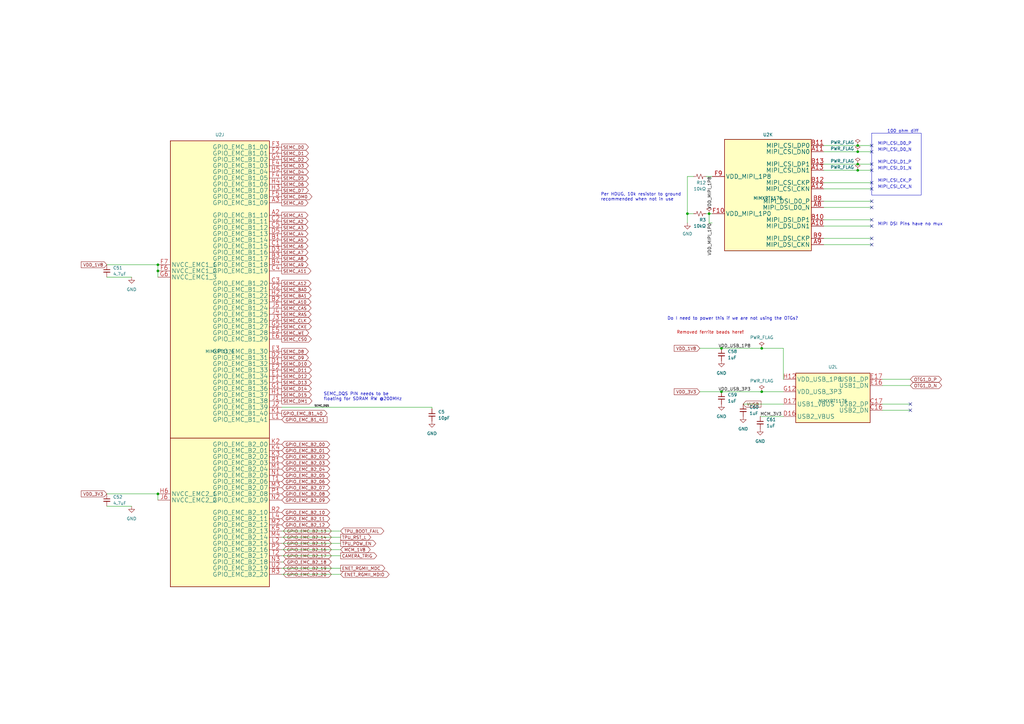
<source format=kicad_sch>
(kicad_sch (version 20231120) (generator "eeschema") (generator_version "8.0")
  (paper "A3")
  (title_block (title "Soldermander") (date "2024-02-27") (rev "1.0") (company "Stanford Student Space Initiative") (comment 1 "RE: Flynn Dreilinger"))
  (lib_symbols
    (symbol "Device:C_Small" (pin_numbers hide) (pin_names (offset 0.254) hide)
      (property "Reference" "C" (at 0.254 1.778 0))
      (property "Value" "C_Small" (at 0.254 -2.032 0))
      (symbol "C_Small_1_1"
        (pin passive line (at 0 2.54 270) (length 2.032) (name "~") (number "1"))
        (pin passive line (at 0 -2.54 90) (length 2.032) (name "~") (number "2"))
      )
    )
    (symbol "Device:R_Small_US" (pin_numbers hide) (pin_names (offset 0.254) hide)
      (property "Reference" "R" (at 0.762 0.508 0))
      (property "Value" "R_Small_US" (at 0.762 -1.016 0))
      (symbol "R_Small_US_1_1"
        (pin passive line (at 0 2.54 270) (length 1.016) (name "~") (number "1"))
        (pin passive line (at 0 -2.54 90) (length 1.016) (name "~") (number "2"))
      )
    )
    (symbol "adcs:MIMXRT1176"
      (property "Reference" "U" (at -13.97 50.8 0))
      (symbol "MIMXRT1176_0_2"
        (pin bidirectional line (at 25.4 -15.24 180) (length 5.08) (name "GPIO_SNVS_02") (number "L9"))
        (pin bidirectional line (at 25.4 -17.78 180) (length 5.08) (name "GPIO_SNVS_03") (number "M10"))
        (pin bidirectional line (at 25.4 -25.4 180) (length 5.08) (name "GPIO_SNVS_06") (number "M9"))
        (pin bidirectional line (at 25.4 -20.32 180) (length 5.08) (name "GPIO_SNVS_04") (number "N10"))
        (pin bidirectional line (at 25.4 -30.48 180) (length 5.08) (name "GPIO_SNVS_08") (number "N9"))
        (pin bidirectional line (at 25.4 -12.7 180) (length 5.08) (name "GPIO_SNVS_01") (number "P10"))
        (pin bidirectional line (at 25.4 -22.86 180) (length 5.08) (name "GPIO_SNVS_05") (number "P9"))
        (pin bidirectional line (at 25.4 -10.16 180) (length 5.08) (name "GPIO_SNVS_00") (number "R10"))
        (pin bidirectional line (at 25.4 -33.02 180) (length 5.08) (name "GPIO_SNVS_09") (number "R11"))
        (pin bidirectional line (at 25.4 -27.94 180) (length 5.08) (name "GPIO_SNVS_07") (number "R9"))
        (pin input line (at 25.4 20.32 180) (length 5.08) (name "~{POR}") (number "T10"))
        (pin input line (at 25.4 -2.54 180) (length 5.08) (name "TEST_MODE") (number "T11"))
        (pin input line (at -25.4 11.43 0) (length 5.08) (name "RTC_XTALI") (number "T13"))
        (pin power_in line (at -25.4 17.78 0) (length 5.08) (name "VDD_SNVS_DIG") (number "T14"))
        (pin passive line (at 25.4 25.4 180) (length 5.08) (name "WAKEUP") (number "T8"))
        (pin passive line (at 25.4 10.16 180) (length 5.08) (name "PMIC_STBY_REQ") (number "T9"))
        (pin input line (at 25.4 30.48 180) (length 5.08) (name "ONOFF") (number "U10"))
        (pin passive line (at -25.4 -20.32 0) (length 5.08) (name "NVCC_SNVS") (number "U11"))
        (pin power_in line (at -25.4 30.48 0) (length 5.08) (name "VDD_SNVS_IN") (number "U12"))
        (pin output line (at -25.4 3.81 0) (length 5.08) (name "RTC_XTALO") (number "U13"))
        (pin power_in line (at -25.4 25.4 0) (length 5.08) (name "VDD_SNVS_ANA") (number "U14"))
        (pin passive line (at 25.4 5.08 180) (length 5.08) (name "PMIC_ON_REQ") (number "U9"))
      )
      (symbol "MIMXRT1176_1_1"
        (text "(internal LDO output)" (at -20.32 27.432 0) (effects (font (size 1.27 1.27)) (justify left bottom)))
        (text "(internal LDO output)" (at -20.066 20.066 0) (effects (font (size 1.27 1.27)) (justify left bottom)))
        (pin bidirectional line (at 25.4 -15.24 180) (length 5.08) (name "GPIO_SNVS_02") (number "L9"))
        (pin bidirectional line (at 25.4 -17.78 180) (length 5.08) (name "GPIO_SNVS_03") (number "M10"))
        (pin bidirectional line (at 25.4 -25.4 180) (length 5.08) (name "GPIO_SNVS_06") (number "M9"))
        (pin bidirectional line (at 25.4 -20.32 180) (length 5.08) (name "GPIO_SNVS_04") (number "N10"))
        (pin bidirectional line (at 25.4 -30.48 180) (length 5.08) (name "GPIO_SNVS_08") (number "N9"))
        (pin bidirectional line (at 25.4 -12.7 180) (length 5.08) (name "GPIO_SNVS_01") (number "P10"))
        (pin bidirectional line (at 25.4 -22.86 180) (length 5.08) (name "GPIO_SNVS_05") (number "P9"))
        (pin bidirectional line (at 25.4 -10.16 180) (length 5.08) (name "GPIO_SNVS_00") (number "R10"))
        (pin bidirectional line (at 25.4 -33.02 180) (length 5.08) (name "GPIO_SNVS_09") (number "R11"))
        (pin bidirectional line (at 25.4 -27.94 180) (length 5.08) (name "GPIO_SNVS_07") (number "R9"))
        (pin input line (at 25.4 20.32 180) (length 5.08) (name "~{POR}") (number "T10"))
        (pin input line (at 25.4 -2.54 180) (length 5.08) (name "TEST_MODE") (number "T11"))
        (pin input line (at -25.4 11.43 0) (length 5.08) (name "RTC_XTALI") (number "T13"))
        (pin power_in line (at -25.4 17.78 0) (length 5.08) (name "VDD_SNVS_DIG") (number "T14"))
        (pin passive line (at 25.4 25.4 180) (length 5.08) (name "WAKEUP") (number "T8"))
        (pin passive line (at 25.4 10.16 180) (length 5.08) (name "PMIC_STBY_REQ") (number "T9"))
        (pin input line (at 25.4 30.48 180) (length 5.08) (name "ONOFF") (number "U10"))
        (pin passive line (at -25.4 -20.32 0) (length 5.08) (name "NVCC_SNVS") (number "U11"))
        (pin power_in line (at -25.4 30.48 0) (length 5.08) (name "VDD_SNVS_IN") (number "U12"))
        (pin output line (at -25.4 3.81 0) (length 5.08) (name "RTC_XTALO") (number "U13"))
        (pin power_in line (at -25.4 25.4 0) (length 5.08) (name "VDD_SNVS_ANA") (number "U14"))
        (pin passive line (at 25.4 5.08 180) (length 5.08) (name "PMIC_ON_REQ") (number "U9"))
      )
      (symbol "MIMXRT1176_2_1"
        (text "(internal LDO output)" (at -22.86 5.842 0) (effects (font (size 1.27 1.27)) (justify left bottom)))
        (text "(internal LDO output)" (at -22.86 13.716 0) (effects (font (size 1.27 1.27)) (justify left bottom)))
        (text "(internal LDO output)" (at -1.016 -9.398 0) (effects (font (size 1.27 1.27)) (justify left bottom)))
        (pin passive line (at 27.94 6.35 180) (length 5.08) (name "ADC_VREFH") (number "G16"))
        (pin passive line (at -27.94 -6.35 0) (length 5.08) (name "VDD_SOC_IN_3") (number "H10"))
        (pin passive line (at -27.94 -1.27 0) (length 5.08) (name "VDD_SOC_IN_1") (number "H8"))
        (pin passive line (at -27.94 -3.81 0) (length 5.08) (name "VDD_SOC_IN_2") (number "H9"))
        (pin passive line (at -27.94 -13.97 0) (length 5.08) (name "VDD_SOC_IN_6") (number "J10"))
        (pin power_in line (at 27.94 11.43 180) (length 5.08) (name "VDDA_ADC_3P3") (number "J13"))
        (pin passive line (at -27.94 -8.89 0) (length 5.08) (name "VDD_SOC_IN_4") (number "J8"))
        (pin passive line (at -27.94 -11.43 0) (length 5.08) (name "VDD_SOC_IN_5") (number "J9"))
        (pin passive line (at -27.94 -16.51 0) (length 5.08) (name "VDD_SOC_IN_7") (number "K10"))
        (pin power_in line (at 27.94 1.27 180) (length 5.08) (name "VDDA_ADC_1P8") (number "K15"))
        (pin power_in line (at 27.94 -3.81 180) (length 5.08) (name "VDDA_1P8_IN") (number "M11"))
        (pin power_in line (at 27.94 -16.51 180) (length 5.08) (name "VDDA_1P0") (number "N11"))
        (pin power_in line (at -27.94 3.81 0) (length 5.08) (name "VDD_LPSR_DIG") (number "P11"))
        (pin power_in line (at -27.94 11.43 0) (length 5.08) (name "VDD_LPSR_ANA") (number "P12"))
        (pin power_in line (at -27.94 19.05 0) (length 5.08) (name "VDD_LPSR_IN") (number "R12"))
      )
      (symbol "MIMXRT1176_3_1"
        (pin power_in line (at 25.4 -8.89 180) (length 5.08) (name "DCDC_GND_1") (number "K6"))
        (pin power_in line (at 25.4 -11.43 180) (length 5.08) (name "DCDC_GND_2") (number "K7"))
        (pin passive line (at 25.4 3.81 180) (length 5.08) (name "DCDC_DIG_1") (number "K8"))
        (pin passive line (at 25.4 1.27 180) (length 5.08) (name "DCDC_DIG_2") (number "K9"))
        (pin passive line (at -25.4 11.43 0) (length 5.08) (name "DCDC_IN_Q") (number "L5"))
        (pin power_in line (at 25.4 -13.97 180) (length 5.08) (name "DCDC_GND_3") (number "L6"))
        (pin passive line (at 25.4 -3.81 180) (length 5.08) (name "DCDC_DIG_SENSE") (number "L7"))
        (pin passive line (at 25.4 -1.27 180) (length 5.08) (name "DCDC_DIG_3") (number "L8"))
        (pin passive line (at -25.4 16.51 0) (length 5.08) (name "DCDC_IN_1") (number "M5"))
        (pin passive line (at 25.4 8.89 180) (length 5.08) (name "DCDC_ANA_SENSE") (number "M6"))
        (pin passive line (at 25.4 13.97 180) (length 5.08) (name "DCDC_ANA_1") (number "M7"))
        (pin passive line (at 25.4 11.43 180) (length 5.08) (name "DCDC_ANA_2") (number "M8"))
        (pin passive line (at -25.4 -13.97 0) (length 5.08) (name "DCDC_MODE") (number "N4"))
        (pin passive line (at -25.4 13.97 0) (length 5.08) (name "DCDC_IN_2") (number "N5"))
        (pin passive line (at -25.4 6.35 0) (length 5.08) (name "DCDC_PSWITCH") (number "P3"))
        (pin passive line (at -25.4 1.27 0) (length 5.08) (name "DCDC_LP_1") (number "T3"))
        (pin passive line (at -25.4 -6.35 0) (length 5.08) (name "DCDC_LN_1") (number "T4"))
        (pin passive line (at -25.4 -1.27 0) (length 5.08) (name "DCDC_LP_2") (number "U3"))
        (pin passive line (at -25.4 -8.89 0) (length 5.08) (name "DCDC_LN_2") (number "U4"))
      )
      (symbol "MIMXRT1176_4_1"
        (pin power_in line (at -15.24 20.32 0) (length 5.08) (name "VSS_1") (number "A1"))
        (pin power_in line (at -15.24 17.78 0) (length 5.08) (name "VSS_2") (number "A17"))
        (pin power_in line (at -15.24 15.24 0) (length 5.08) (name "VSS_3") (number "B7"))
        (pin power_in line (at -15.24 10.16 0) (length 5.08) (name "VSS_5") (number "C10"))
        (pin power_in line (at -15.24 7.62 0) (length 5.08) (name "VSS_6") (number "C12"))
        (pin power_in line (at -15.24 5.08 0) (length 5.08) (name "VSS_7") (number "C14"))
        (pin power_in line (at -15.24 12.7 0) (length 5.08) (name "VSS_4") (number "C8"))
        (pin power_in line (at -15.24 2.54 0) (length 5.08) (name "VSS_8") (number "D4"))
        (pin power_in line (at -15.24 0 0) (length 5.08) (name "VSS_9") (number "F11"))
        (pin power_in line (at -15.24 -2.54 0) (length 5.08) (name "VSS_10") (number "F12"))
        (pin power_in line (at -15.24 -5.08 0) (length 5.08) (name "VSS_11") (number "F13"))
        (pin power_in line (at -15.24 -17.78 0) (length 5.08) (name "VSS_16") (number "G10"))
        (pin power_in line (at -15.24 -20.32 0) (length 5.08) (name "VSS_17") (number "G11"))
        (pin power_in line (at 15.24 20.32 180) (length 5.08) (name "VSS_18") (number "G15"))
        (pin power_in line (at -15.24 -7.62 0) (length 5.08) (name "VSS_12") (number "G3"))
        (pin power_in line (at -15.24 -10.16 0) (length 5.08) (name "VSS_13") (number "G7"))
        (pin power_in line (at -15.24 -12.7 0) (length 5.08) (name "VSS_14") (number "G8"))
        (pin power_in line (at -15.24 -15.24 0) (length 5.08) (name "VSS_15") (number "G9"))
        (pin power_in line (at 15.24 15.24 180) (length 5.08) (name "VSS_20") (number "H11"))
        (pin power_in line (at 15.24 17.78 180) (length 5.08) (name "VSS_19") (number "H7"))
        (pin power_in line (at 15.24 10.16 180) (length 5.08) (name "VSS_22") (number "J11"))
        (pin power_in line (at 15.24 12.7 180) (length 5.08) (name "VSS_21") (number "J7"))
        (pin power_in line (at 15.24 7.62 180) (length 5.08) (name "VSS_23") (number "K11"))
        (pin power_in line (at 15.24 2.54 180) (length 5.08) (name "VSS_25") (number "L10"))
        (pin power_in line (at 15.24 0 180) (length 5.08) (name "VSS_26") (number "L11"))
        (pin power_in line (at 15.24 -2.54 180) (length 5.08) (name "VSS_27") (number "L15"))
        (pin power_in line (at 15.24 5.08 180) (length 5.08) (name "VSS_24") (number "L3"))
        (pin power_in line (at 15.24 -7.62 180) (length 5.08) (name "VSS_29") (number "P14"))
        (pin power_in line (at 15.24 -5.08 180) (length 5.08) (name "VSS_28") (number "P4"))
        (pin power_in line (at 15.24 -20.32 180) (length 5.08) (name "VSS_34") (number "R4"))
        (pin power_in line (at 15.24 -10.16 180) (length 5.08) (name "VSS_30") (number "R7"))
        (pin power_in line (at 15.24 -12.7 180) (length 5.08) (name "VSS_31") (number "T12"))
        (pin power_in line (at 15.24 -15.24 180) (length 5.08) (name "VSS_32") (number "U1"))
        (pin power_in line (at 15.24 -17.78 180) (length 5.08) (name "VSS_33") (number "U17"))
      )
      (symbol "MIMXRT1176_5_1"
        (text "VDD_LPSR_ANA~{Domain}" (at 17.78 6.35 0) (effects (font (size 2.54 2.54) (bold yes))))
        (text "VDDA_1P8_IN~{Domain}" (at -19.05 -11.43 0) (effects (font (size 2.54 2.54) (bold yes))))
        (text "VDDA_ADC_1P8~{Domain}" (at -20.32 -1.27 0) (effects (font (size 2.54 2.54) (bold yes))))
        (pin passive line (at 20.32 -1.27 180) (length 5.08) (name "DAC_OUT") (number "H16"))
        (pin passive line (at 20.32 -11.43 180) (length 5.08) (name "CLK1_N") (number "T15"))
        (pin output line (at -20.32 8.89 0) (length 5.08) (name "XTALO") (number "T16"))
        (pin passive line (at 20.32 -8.89 180) (length 5.08) (name "CLK1_P") (number "U15"))
        (pin input line (at -20.32 16.51 0) (length 5.08) (name "XTALI") (number "U16"))
      )
      (symbol "MIMXRT1176_6_1"
        (pin bidirectional line (at 22.86 20.32 180) (length 5.08) (name "GPIO_LPSR_00") (number "N6"))
        (pin bidirectional line (at 22.86 10.16 180) (length 5.08) (name "GPIO_LPSR_04") (number "N7"))
        (pin bidirectional line (at 22.86 7.62 180) (length 5.08) (name "GPIO_LPSR_05") (number "N8"))
        (pin bidirectional line (at 22.86 -2.54 180) (length 5.08) (name "GPIO_LPSR_09") (number "P5"))
        (pin bidirectional line (at 22.86 15.24 180) (length 5.08) (name "GPIO_LPSR_02") (number "P6"))
        (pin passive line (at -22.86 2.54 0) (length 5.08) (name "NVCC_LPSR") (number "P7"))
        (pin bidirectional line (at 22.86 5.08 180) (length 5.08) (name "GPIO_LPSR_06") (number "P8"))
        (pin bidirectional line (at 22.86 -5.08 180) (length 5.08) (name "GPIO_LPSR_10") (number "R5"))
        (pin bidirectional line (at 22.86 17.78 180) (length 5.08) (name "GPIO_LPSR_01") (number "R6"))
        (pin bidirectional line (at 22.86 2.54 180) (length 5.08) (name "GPIO_LPSR_07") (number "R8"))
        (pin bidirectional line (at 22.86 -7.62 180) (length 5.08) (name "GPIO_LPSR_11") (number "T5"))
        (pin bidirectional line (at 22.86 -15.24 180) (length 5.08) (name "GPIO_LPSR_14") (number "T6"))
        (pin bidirectional line (at 22.86 12.7 180) (length 5.08) (name "GPIO_LPSR_03") (number "T7"))
        (pin bidirectional line (at 22.86 -10.16 180) (length 5.08) (name "GPIO_LPSR_12") (number "U5"))
        (pin bidirectional line (at 22.86 -12.7 180) (length 5.08) (name "GPIO_LPSR_13") (number "U6"))
        (pin bidirectional line (at 22.86 -17.78 180) (length 5.08) (name "GPIO_LPSR_15") (number "U7"))
        (pin bidirectional line (at 22.86 0 180) (length 5.08) (name "GPIO_LPSR_08") (number "U8"))
      )
      (symbol "MIMXRT1176_7_1"
        (pin bidirectional line (at 21.59 13.97 180) (length 5.08) (name "GPIO_SD_B1_05") (number "A16"))
        (pin bidirectional line (at 21.59 16.51 180) (length 5.08) (name "GPIO_SD_B1_04") (number "B15"))
        (pin bidirectional line (at 21.59 26.67 180) (length 5.08) (name "GPIO_SD_B1_00") (number "B16"))
        (pin bidirectional line (at 21.59 19.05 180) (length 5.08) (name "GPIO_SD_B1_03") (number "B17"))
        (pin bidirectional line (at 21.59 21.59 180) (length 5.08) (name "GPIO_SD_B1_02") (number "C15"))
        (pin power_in line (at -24.13 19.05 0) (length 5.08) (name "NVCC_SD1") (number "D14"))
        (pin bidirectional line (at 21.59 24.13 180) (length 5.08) (name "GPIO_SD_B1_01") (number "D15"))
        (pin bidirectional line (at 21.59 -6.35 180) (length 5.08) (name "GPIO_SD_B2_05") (number "E14"))
        (pin bidirectional line (at 21.59 -1.27 180) (length 5.08) (name "GPIO_SD_B2_03") (number "E15"))
        (pin bidirectional line (at 21.59 -3.81 180) (length 5.08) (name "GPIO_SD_B2_04") (number "F14"))
        (pin bidirectional line (at 21.59 -13.97 180) (length 5.08) (name "GPIO_SD_B2_08") (number "F15"))
        (pin bidirectional line (at 21.59 -21.59 180) (length 5.08) (name "GPIO_SD_B2_11") (number "F16"))
        (pin bidirectional line (at 21.59 -8.89 180) (length 5.08) (name "GPIO_SD_B2_06") (number "F17"))
        (pin power_in line (at -24.13 -6.35 0) (length 5.08) (name "NVCC_SD2") (number "G13"))
        (pin bidirectional line (at 21.59 -11.43 180) (length 5.08) (name "GPIO_SD_B2_07") (number "G14"))
        (pin bidirectional line (at 21.59 1.27 180) (length 5.08) (name "GPIO_SD_B2_02") (number "H13"))
        (pin bidirectional line (at 21.59 -19.05 180) (length 5.08) (name "GPIO_SD_B2_10") (number "H14"))
        (pin bidirectional line (at 21.59 -16.51 180) (length 5.08) (name "GPIO_SD_B2_09") (number "H15"))
        (pin bidirectional line (at 21.59 3.81 180) (length 5.08) (name "GPIO_SD_B2_01") (number "J14"))
        (pin bidirectional line (at 21.59 6.35 180) (length 5.08) (name "GPIO_SD_B2_00") (number "J15"))
      )
      (symbol "MIMXRT1176_8_1"
        (pin bidirectional line (at 21.59 -50.8 180) (length 5.08) (name "GPIO_AD_35") (number "G17"))
        (pin bidirectional line (at 21.59 -45.72 180) (length 5.08) (name "GPIO_AD_33") (number "H17"))
        (pin bidirectional line (at 21.59 -17.78 180) (length 5.08) (name "GPIO_AD_23") (number "J12"))
        (pin bidirectional line (at 21.59 -48.26 180) (length 5.08) (name "GPIO_AD_34") (number "J16"))
        (pin bidirectional line (at 21.59 -40.64 180) (length 5.08) (name "GPIO_AD_31") (number "J17"))
        (pin bidirectional line (at 21.59 -15.24 180) (length 5.08) (name "GPIO_AD_22") (number "K12"))
        (pin bidirectional line (at 21.59 -10.16 180) (length 5.08) (name "GPIO_AD_20") (number "K13"))
        (pin bidirectional line (at 21.59 -12.7 180) (length 5.08) (name "GPIO_AD_21") (number "K14"))
        (pin bidirectional line (at 21.59 -43.18 180) (length 5.08) (name "GPIO_AD_32") (number "K16"))
        (pin bidirectional line (at 21.59 -38.1 180) (length 5.08) (name "GPIO_AD_30") (number "K17"))
        (pin bidirectional line (at 21.59 10.16 180) (length 5.08) (name "GPIO_AD_13") (number "L12"))
        (pin bidirectional line (at 21.59 -20.32 180) (length 5.08) (name "GPIO_AD_24") (number "L13"))
        (pin bidirectional line (at 21.59 -25.4 180) (length 5.08) (name "GPIO_AD_26") (number "L14"))
        (pin bidirectional line (at 21.59 -5.08 180) (length 5.08) (name "GPIO_AD_19") (number "L16"))
        (pin bidirectional line (at 21.59 -30.48 180) (length 5.08) (name "GPIO_AD_28") (number "L17"))
        (pin power_in line (at -19.05 12.7 0) (length 5.08) (name "NVCC_GPIO") (number "M12"))
        (pin bidirectional line (at 21.59 35.56 180) (length 5.08) (name "GPIO_AD_04") (number "M13"))
        (pin bidirectional line (at 21.59 5.08 180) (length 5.08) (name "GPIO_AD_15") (number "M14"))
        (pin bidirectional line (at 21.59 -22.86 180) (length 5.08) (name "GPIO_AD_25") (number "M15"))
        (pin bidirectional line (at 21.59 -2.54 180) (length 5.08) (name "GPIO_AD_18") (number "M16"))
        (pin bidirectional line (at 21.59 -33.02 180) (length 5.08) (name "GPIO_AD_29") (number "M17"))
        (pin bidirectional line (at 21.59 45.72 180) (length 5.08) (name "GPIO_AD_00") (number "N12"))
        (pin bidirectional line (at 21.59 30.48 180) (length 5.08) (name "GPIO_AD_06") (number "N13"))
        (pin bidirectional line (at 21.59 7.62 180) (length 5.08) (name "GPIO_AD_14") (number "N14"))
        (pin bidirectional line (at 21.59 0 180) (length 5.08) (name "GPIO_AD_17") (number "N15"))
        (pin bidirectional line (at 21.59 -27.94 180) (length 5.08) (name "GPIO_AD_27") (number "N16"))
        (pin bidirectional line (at 21.59 2.54 180) (length 5.08) (name "GPIO_AD_16") (number "N17"))
        (pin bidirectional line (at 21.59 33.02 180) (length 5.08) (name "GPIO_AD_05") (number "P13"))
        (pin bidirectional line (at 21.59 38.1 180) (length 5.08) (name "GPIO_AD_03") (number "P15"))
        (pin bidirectional line (at 21.59 15.24 180) (length 5.08) (name "GPIO_AD_11") (number "P16"))
        (pin bidirectional line (at 21.59 12.7 180) (length 5.08) (name "GPIO_AD_12") (number "P17"))
        (pin bidirectional line (at 21.59 40.64 180) (length 5.08) (name "GPIO_AD_02") (number "R13"))
        (pin bidirectional line (at 21.59 43.18 180) (length 5.08) (name "GPIO_AD_01") (number "R14"))
        (pin bidirectional line (at 21.59 25.4 180) (length 5.08) (name "GPIO_AD_08") (number "R15"))
        (pin bidirectional line (at 21.59 22.86 180) (length 5.08) (name "GPIO_AD_09") (number "R16"))
        (pin bidirectional line (at 21.59 17.78 180) (length 5.08) (name "GPIO_AD_10") (number "R17"))
        (pin bidirectional line (at 21.59 27.94 180) (length 5.08) (name "GPIO_AD_07") (number "T17"))
      )
      (symbol "MIMXRT1176_9_1"
        (pin bidirectional line (at 22.86 11.43 180) (length 5.08) (name "GPIO_DISP_B1_11") (number "A14"))
        (pin bidirectional line (at 22.86 19.05 180) (length 5.08) (name "GPIO_DISP_B1_08") (number "A15"))
        (pin bidirectional line (at 22.86 -36.83 180) (length 5.08) (name "GPIO_DISP_B2_15") (number "A4"))
        (pin bidirectional line (at 22.86 -31.75 180) (length 5.08) (name "GPIO_DISP_B2_13") (number "A5"))
        (pin bidirectional line (at 22.86 -26.67 180) (length 5.08) (name "GPIO_DISP_B2_11") (number "A6"))
        (pin bidirectional line (at 22.86 -34.29 180) (length 5.08) (name "GPIO_DISP_B2_14") (number "A7"))
        (pin bidirectional line (at 22.86 13.97 180) (length 5.08) (name "GPIO_DISP_B1_10") (number "B14"))
        (pin bidirectional line (at 22.86 -19.05 180) (length 5.08) (name "GPIO_DISP_B2_08") (number "B5"))
        (pin bidirectional line (at 22.86 -29.21 180) (length 5.08) (name "GPIO_DISP_B2_12") (number "B6"))
        (pin bidirectional line (at 22.86 26.67 180) (length 5.08) (name "GPIO_DISP_B1_05") (number "C11"))
        (pin bidirectional line (at 22.86 16.51 180) (length 5.08) (name "GPIO_DISP_B1_09") (number "C13"))
        (pin bidirectional line (at 22.86 -13.97 180) (length 5.08) (name "GPIO_DISP_B2_06") (number "C6"))
        (pin bidirectional line (at 22.86 -8.89 180) (length 5.08) (name "GPIO_DISP_B2_04") (number "C7"))
        (pin bidirectional line (at 22.86 -11.43 180) (length 5.08) (name "GPIO_DISP_B2_05") (number "C9"))
        (pin bidirectional line (at 22.86 24.13 180) (length 5.08) (name "GPIO_DISP_B1_06") (number "D10"))
        (pin bidirectional line (at 22.86 34.29 180) (length 5.08) (name "GPIO_DISP_B1_02") (number "D11"))
        (pin passive line (at -22.86 21.59 0) (length 5.08) (name "NVCC_DISP1") (number "D12"))
        (pin bidirectional line (at 22.86 36.83 180) (length 5.08) (name "GPIO_DISP_B1_01") (number "D13"))
        (pin bidirectional line (at 22.86 -16.51 180) (length 5.08) (name "GPIO_DISP_B2_07") (number "D6"))
        (pin bidirectional line (at 22.86 -6.35 180) (length 5.08) (name "GPIO_DISP_B2_03") (number "D7"))
        (pin bidirectional line (at 22.86 -21.59 180) (length 5.08) (name "GPIO_DISP_B2_09") (number "D8"))
        (pin bidirectional line (at 22.86 -24.13 180) (length 5.08) (name "GPIO_DISP_B2_10") (number "D9"))
        (pin bidirectional line (at 22.86 29.21 180) (length 5.08) (name "GPIO_DISP_B1_04") (number "E10"))
        (pin bidirectional line (at 22.86 31.75 180) (length 5.08) (name "GPIO_DISP_B1_03") (number "E11"))
        (pin bidirectional line (at 22.86 21.59 180) (length 5.08) (name "GPIO_DISP_B1_07") (number "E12"))
        (pin bidirectional line (at 22.86 39.37 180) (length 5.08) (name "GPIO_DISP_B1_00") (number "E13"))
        (pin passive line (at -22.86 -11.43 0) (length 5.08) (name "NVCC_DISP2") (number "E7"))
        (pin bidirectional line (at 22.86 1.27 180) (length 5.08) (name "GPIO_DISP_B2_00") (number "E8"))
        (pin bidirectional line (at 22.86 -3.81 180) (length 5.08) (name "GPIO_DISP_B2_02") (number "E9"))
        (pin bidirectional line (at 22.86 -1.27 180) (length 5.08) (name "GPIO_DISP_B2_01") (number "F8"))
      )
      (symbol "MIMXRT1176_10_1"
        (pin bidirectional line (at 25.4 54.61 180) (length 5.08) (name "GPIO_EMC_B1_10") (number "A2"))
        (pin bidirectional line (at 25.4 59.69 180) (length 5.08) (name "GPIO_EMC_B1_09") (number "A3"))
        (pin bidirectional line (at 25.4 44.45 180) (length 5.08) (name "GPIO_EMC_B1_14") (number "B1"))
        (pin bidirectional line (at 25.4 19.05 180) (length 5.08) (name "GPIO_EMC_B1_23") (number "B2"))
        (pin bidirectional line (at 25.4 36.83 180) (length 5.08) (name "GPIO_EMC_B1_17") (number "B3"))
        (pin bidirectional line (at 25.4 34.29 180) (length 5.08) (name "GPIO_EMC_B1_18") (number "B4"))
        (pin bidirectional line (at 25.4 41.91 180) (length 5.08) (name "GPIO_EMC_B1_15") (number "C1"))
        (pin bidirectional line (at 25.4 52.07 180) (length 5.08) (name "GPIO_EMC_B1_11") (number "C2"))
        (pin bidirectional line (at 25.4 26.67 180) (length 5.08) (name "GPIO_EMC_B1_20") (number "C3"))
        (pin bidirectional line (at 25.4 31.75 180) (length 5.08) (name "GPIO_EMC_B1_19") (number "C4"))
        (pin bidirectional line (at 25.4 49.53 180) (length 5.08) (name "GPIO_EMC_B1_12") (number "C5"))
        (pin bidirectional line (at 25.4 -6.35 180) (length 5.08) (name "GPIO_EMC_B1_32") (number "D1"))
        (pin bidirectional line (at 25.4 -3.81 180) (length 5.08) (name "GPIO_EMC_B1_31") (number "D2"))
        (pin bidirectional line (at 25.4 39.37 180) (length 5.08) (name "GPIO_EMC_B1_16") (number "D3"))
        (pin bidirectional line (at 25.4 46.99 180) (length 5.08) (name "GPIO_EMC_B1_13") (number "D5"))
        (pin bidirectional line (at 25.4 -11.43 180) (length 5.08) (name "GPIO_EMC_B1_34") (number "E1"))
        (pin bidirectional line (at 25.4 -8.89 180) (length 5.08) (name "GPIO_EMC_B1_33") (number "E2"))
        (pin bidirectional line (at 25.4 -1.27 180) (length 5.08) (name "GPIO_EMC_B1_30") (number "E3"))
        (pin bidirectional line (at 25.4 74.93 180) (length 5.08) (name "GPIO_EMC_B1_03") (number "E4"))
        (pin bidirectional line (at 25.4 6.35 180) (length 5.08) (name "GPIO_EMC_B1_28") (number "E5"))
        (pin bidirectional line (at 25.4 3.81 180) (length 5.08) (name "GPIO_EMC_B1_29") (number "E6"))
        (pin bidirectional line (at 25.4 -13.97 180) (length 5.08) (name "GPIO_EMC_B1_35") (number "F1"))
        (pin bidirectional line (at 25.4 80.01 180) (length 5.08) (name "GPIO_EMC_B1_01") (number "F2"))
        (pin bidirectional line (at 25.4 82.55 180) (length 5.08) (name "GPIO_EMC_B1_00") (number "F3"))
        (pin bidirectional line (at 25.4 69.85 180) (length 5.08) (name "GPIO_EMC_B1_05") (number "F4"))
        (pin bidirectional line (at 25.4 62.23 180) (length 5.08) (name "GPIO_EMC_B1_08") (number "F5"))
        (pin power_in line (at -25.4 31.75 0) (length 5.08) (name "NVCC_EMC1_2") (number "F6"))
        (pin power_in line (at -25.4 34.29 0) (length 5.08) (name "NVCC_EMC1_1") (number "F7"))
        (pin bidirectional line (at 25.4 -16.51 180) (length 5.08) (name "GPIO_EMC_B1_36") (number "G1"))
        (pin bidirectional line (at 25.4 24.13 180) (length 5.08) (name "GPIO_EMC_B1_21") (number "G2"))
        (pin bidirectional line (at 25.4 77.47 180) (length 5.08) (name "GPIO_EMC_B1_02") (number "G4"))
        (pin bidirectional line (at 25.4 8.89 180) (length 5.08) (name "GPIO_EMC_B1_27") (number "G5"))
        (pin power_in line (at -25.4 29.21 0) (length 5.08) (name "NVCC_EMC1_3") (number "G6"))
        (pin bidirectional line (at 25.4 -19.05 180) (length 5.08) (name "GPIO_EMC_B1_37") (number "H1"))
        (pin bidirectional line (at 25.4 21.59 180) (length 5.08) (name "GPIO_EMC_B1_22") (number "H2"))
        (pin bidirectional line (at 25.4 64.77 180) (length 5.08) (name "GPIO_EMC_B1_07") (number "H3"))
        (pin bidirectional line (at 25.4 67.31 180) (length 5.08) (name "GPIO_EMC_B1_06") (number "H4"))
        (pin bidirectional line (at 25.4 72.39 180) (length 5.08) (name "GPIO_EMC_B1_04") (number "H5"))
        (pin power_in line (at -25.4 -59.69 0) (length 5.08) (name "NVCC_EMC2_1") (number "H6"))
        (pin bidirectional line (at 25.4 -21.59 180) (length 5.08) (name "GPIO_EMC_B1_38") (number "J1"))
        (pin bidirectional line (at 25.4 -24.13 180) (length 5.08) (name "GPIO_EMC_B1_39") (number "J2"))
        (pin bidirectional line (at 25.4 11.43 180) (length 5.08) (name "GPIO_EMC_B1_26") (number "J3"))
        (pin bidirectional line (at 25.4 13.97 180) (length 5.08) (name "GPIO_EMC_B1_25") (number "J4"))
        (pin bidirectional line (at 25.4 16.51 180) (length 5.08) (name "GPIO_EMC_B1_24") (number "J5"))
        (pin power_in line (at -25.4 -62.23 0) (length 5.08) (name "NVCC_EMC2_2") (number "J6"))
        (pin bidirectional line (at 25.4 -26.67 180) (length 5.08) (name "GPIO_EMC_B1_40") (number "K1"))
        (pin bidirectional line (at 25.4 -39.37 180) (length 5.08) (name "GPIO_EMC_B2_00") (number "K2"))
        (pin bidirectional line (at 25.4 -44.45 180) (length 5.08) (name "GPIO_EMC_B2_02") (number "K3"))
        (pin bidirectional line (at 25.4 -41.91 180) (length 5.08) (name "GPIO_EMC_B2_01") (number "K4"))
        (pin bidirectional line (at 25.4 -74.93 180) (length 5.08) (name "GPIO_EMC_B2_13") (number "K5"))
        (pin bidirectional line (at 25.4 -29.21 180) (length 5.08) (name "GPIO_EMC_B1_41") (number "L1"))
        (pin bidirectional line (at 25.4 -80.01 180) (length 5.08) (name "GPIO_EMC_B2_15") (number "L2"))
        (pin bidirectional line (at 25.4 -69.85 180) (length 5.08) (name "GPIO_EMC_B2_11") (number "L4"))
        (pin bidirectional line (at 25.4 -49.53 180) (length 5.08) (name "GPIO_EMC_B2_04") (number "M1"))
        (pin bidirectional line (at 25.4 -72.39 180) (length 5.08) (name "GPIO_EMC_B2_12") (number "M2"))
        (pin bidirectional line (at 25.4 -57.15 180) (length 5.08) (name "GPIO_EMC_B2_07") (number "M3"))
        (pin bidirectional line (at 25.4 -77.47 180) (length 5.08) (name "GPIO_EMC_B2_14") (number "M4"))
        (pin bidirectional line (at 25.4 -52.07 180) (length 5.08) (name "GPIO_EMC_B2_05") (number "N1"))
        (pin bidirectional line (at 25.4 -62.23 180) (length 5.08) (name "GPIO_EMC_B2_09") (number "N2"))
        (pin bidirectional line (at 25.4 -87.63 180) (length 5.08) (name "GPIO_EMC_B2_18") (number "N3"))
        (pin bidirectional line (at 25.4 -59.69 180) (length 5.08) (name "GPIO_EMC_B2_08") (number "P1"))
        (pin bidirectional line (at 25.4 -82.55 180) (length 5.08) (name "GPIO_EMC_B2_16") (number "P2"))
        (pin bidirectional line (at 25.4 -46.99 180) (length 5.08) (name "GPIO_EMC_B2_03") (number "R1"))
        (pin bidirectional line (at 25.4 -67.31 180) (length 5.08) (name "GPIO_EMC_B2_10") (number "R2"))
        (pin bidirectional line (at 25.4 -92.71 180) (length 5.08) (name "GPIO_EMC_B2_20") (number "R3"))
        (pin bidirectional line (at 25.4 -54.61 180) (length 5.08) (name "GPIO_EMC_B2_06") (number "T1"))
        (pin bidirectional line (at 25.4 -85.09 180) (length 5.08) (name "GPIO_EMC_B2_17") (number "T2"))
        (pin bidirectional line (at 25.4 -90.17 180) (length 5.08) (name "GPIO_EMC_B2_19") (number "U2"))
      )
      (symbol "MIMXRT1176_11_1"
        (pin passive line (at 22.86 -12.7 180) (length 5.08) (name "MIPI_DSI_DN1") (number "A10"))
        (pin input line (at 22.86 17.78 180) (length 5.08) (name "MIPI_CSI_DN0") (number "A11"))
        (pin passive line (at 22.86 2.54 180) (length 5.08) (name "MIPI_CSI_CKN") (number "A12"))
        (pin input line (at 22.86 10.16 180) (length 5.08) (name "MIPI_CSI_DN1") (number "A13"))
        (pin passive line (at 22.86 -5.08 180) (length 5.08) (name "MIPI_DSI_D0_N") (number "A8"))
        (pin passive line (at 22.86 -20.32 180) (length 5.08) (name "MIPI_DSI_CKN") (number "A9"))
        (pin passive line (at 22.86 -10.16 180) (length 5.08) (name "MIPI_DSI_DP1") (number "B10"))
        (pin input line (at 22.86 20.32 180) (length 5.08) (name "MIPI_CSI_DP0") (number "B11"))
        (pin passive line (at 22.86 5.08 180) (length 5.08) (name "MIPI_CSI_CKP") (number "B12"))
        (pin input line (at 22.86 12.7 180) (length 5.08) (name "MIPI_CSI_DP1") (number "B13"))
        (pin passive line (at 22.86 -2.54 180) (length 5.08) (name "MIPI_DSI_D0_P") (number "B8"))
        (pin passive line (at 22.86 -17.78 180) (length 5.08) (name "MIPI_DSI_CKP") (number "B9"))
        (pin power_in line (at -22.86 -7.62 0) (length 5.08) (name "VDD_MIPI_1P0") (number "F10"))
        (pin power_in line (at -22.86 7.62 0) (length 5.08) (name "VDD_MIPI_1P8") (number "F9"))
      )
      (symbol "MIMXRT1176_12_1"
        (pin passive line (at 20.32 -5.08 180) (length 5.08) (name "USB2_DN") (number "C16"))
        (pin passive line (at 20.32 -2.54 180) (length 5.08) (name "USB2_DP") (number "C17"))
        (pin passive line (at -20.32 -7.62 0) (length 5.08) (name "USB2_VBUS") (number "D16"))
        (pin passive line (at -20.32 -2.54 0) (length 5.08) (name "USB1_VBUS") (number "D17"))
        (pin passive line (at 20.32 5.08 180) (length 5.08) (name "USB1_DN") (number "E16"))
        (pin passive line (at 20.32 7.62 180) (length 5.08) (name "USB1_DP") (number "E17"))
        (pin power_in line (at -20.32 2.54 0) (length 5.08) (name "VDD_USB_3P3") (number "G12"))
        (pin power_in line (at -20.32 7.62 0) (length 5.08) (name "VDD_USB_1P8") (number "H12"))
      )
    )
    (symbol "power:GND" (power) (pin_names (offset 0))
      (property "Value" "GND" (at 0 -3.81 0))
      (symbol "GND_1_1"
        (pin power_in line (at 0 0 270) (length 0) hide (name "GND") (number "1"))
      )
    )
    (symbol "power:PWR_FLAG" (power) (pin_numbers hide) (pin_names (offset 0) hide)
      (property "Value" "PWR_FLAG" (at 0 3.81 0))
      (symbol "PWR_FLAG_0_0"
        (pin power_out line (at 0 0 90) (length 0) (name "pwr") (number "1"))
      )
    )
  )
  (junction (at 351.79 62.23))
  (junction (at 64.77 111.125))
  (junction (at 281.94 87.63))
  (junction (at 351.79 59.69))
  (junction (at 312.42 142.875))
  (junction (at 290.83 87.63))
  (junction (at 64.77 108.585))
  (junction (at 351.79 67.31))
  (junction (at 351.79 69.85))
  (junction (at 64.77 202.565))
  (junction (at 295.91 160.655))
  (junction (at 312.42 160.655))
  (junction (at 295.91 142.875))
  (no_connect (at 357.505 82.55))
  (no_connect (at 357.505 59.69))
  (no_connect (at 357.505 100.33))
  (no_connect (at 357.505 74.93))
  (no_connect (at 357.505 77.47))
  (no_connect (at 373.38 165.735))
  (no_connect (at 357.505 69.85))
  (no_connect (at 357.505 67.31))
  (no_connect (at 357.505 97.79))
  (no_connect (at 357.505 90.17))
  (no_connect (at 373.38 168.275))
  (no_connect (at 357.505 62.23))
  (no_connect (at 357.505 85.09))
  (no_connect (at 357.505 92.71))
  (wire (pts (xy 43.815 113.665) (xy 53.975 113.665)))
  (wire (pts (xy 361.95 155.575) (xy 373.38 155.575)))
  (wire (pts (xy 312.42 160.655) (xy 321.31 160.655)))
  (wire (pts (xy 289.56 87.63) (xy 290.83 87.63)))
  (wire (pts (xy 312.42 142.875) (xy 321.31 142.875)))
  (wire (pts (xy 361.95 168.275) (xy 373.38 168.275)))
  (wire (pts (xy 337.82 62.23) (xy 351.79 62.23)))
  (wire (pts (xy 290.83 91.44) (xy 290.83 87.63)))
  (wire (pts (xy 357.505 59.69) (xy 351.79 59.69)))
  (wire (pts (xy 287.02 160.655) (xy 295.91 160.655)))
  (wire (pts (xy 115.57 217.805) (xy 139.7 217.805)))
  (wire (pts (xy 43.815 202.565) (xy 64.77 202.565)))
  (wire (pts (xy 115.57 167.005) (xy 177.165 167.005)))
  (wire (pts (xy 311.785 170.815) (xy 321.31 170.815)))
  (wire (pts (xy 337.82 59.69) (xy 351.79 59.69)))
  (wire (pts (xy 289.56 72.39) (xy 292.1 72.39)))
  (wire (pts (xy 337.82 69.85) (xy 351.79 69.85)))
  (wire (pts (xy 337.82 74.93) (xy 357.505 74.93)))
  (wire (pts (xy 64.77 202.565) (xy 64.77 205.105)))
  (wire (pts (xy 337.82 82.55) (xy 357.505 82.55)))
  (wire (pts (xy 64.77 111.125) (xy 64.77 113.665)))
  (wire (pts (xy 64.77 108.585) (xy 64.77 111.125)))
  (wire (pts (xy 337.82 92.71) (xy 357.505 92.71)))
  (wire (pts (xy 177.165 167.005) (xy 177.165 167.64)))
  (wire (pts (xy 139.7 225.425) (xy 115.57 225.425)))
  (wire (pts (xy 290.83 87.63) (xy 292.1 87.63)))
  (wire (pts (xy 321.31 142.875) (xy 321.31 155.575)))
  (wire (pts (xy 139.7 233.045) (xy 115.57 233.045)))
  (wire (pts (xy 115.57 222.885) (xy 139.7 222.885)))
  (wire (pts (xy 281.94 72.39) (xy 281.94 87.63)))
  (wire (pts (xy 337.82 90.17) (xy 357.505 90.17)))
  (wire (pts (xy 115.57 220.345) (xy 139.7 220.345)))
  (wire (pts (xy 337.82 97.79) (xy 357.505 97.79)))
  (wire (pts (xy 139.7 235.585) (xy 115.57 235.585)))
  (wire (pts (xy 357.505 67.31) (xy 351.79 67.31)))
  (wire (pts (xy 292.1 91.44) (xy 290.83 91.44)))
  (wire (pts (xy 361.95 158.115) (xy 373.38 158.115)))
  (wire (pts (xy 295.91 160.655) (xy 312.42 160.655)))
  (wire (pts (xy 304.8 165.735) (xy 321.31 165.735)))
  (wire (pts (xy 337.82 100.33) (xy 357.505 100.33)))
  (wire (pts (xy 281.94 87.63) (xy 281.94 91.44)))
  (wire (pts (xy 287.02 142.875) (xy 295.91 142.875)))
  (wire (pts (xy 281.94 87.63) (xy 284.48 87.63)))
  (wire (pts (xy 43.815 207.645) (xy 53.975 207.645)))
  (wire (pts (xy 337.82 67.31) (xy 351.79 67.31)))
  (wire (pts (xy 361.95 165.735) (xy 373.38 165.735)))
  (wire (pts (xy 357.505 62.23) (xy 351.79 62.23)))
  (wire (pts (xy 295.91 142.875) (xy 312.42 142.875)))
  (wire (pts (xy 337.82 85.09) (xy 357.505 85.09)))
  (wire (pts (xy 284.48 72.39) (xy 281.94 72.39)))
  (wire (pts (xy 337.82 77.47) (xy 357.505 77.47)))
  (wire (pts (xy 357.505 69.85) (xy 351.79 69.85)))
  (wire (pts (xy 139.7 227.965) (xy 115.57 227.965)))
  (wire (pts (xy 115.57 230.505) (xy 116.205 230.505)))
  (wire (pts (xy 43.815 108.585) (xy 64.77 108.585)))
  (rectangle (start 357.505 54.61) (end 377.825 80.01))
  (text "SEMC_DQS PIN needs to be\nfloating for SDRAM RW @200MHz" (at 132.715 164.465 0) (effects (font (size 1.27 1.27)) (justify left bottom)))
  (text "100 ohm diff\n" (at 363.855 54.61 0) (effects (font (size 1.27 1.27)) (justify left bottom)))
  (text "MIPI_CSI_D1_P" (at 360.045 67.31 0) (effects (font (size 1.27 1.27)) (justify left bottom)))
  (text "MIPI_CSI_D0_P" (at 360.045 59.69 0) (effects (font (size 1.27 1.27)) (justify left bottom)))
  (text "Per HDUG, 10k resistor to ground\nrecommended when not in use" (at 246.38 82.55 0) (effects (font (size 1.27 1.27)) (justify left bottom)))
  (text "MIPI_CSI_D0_N" (at 360.045 62.23 0) (effects (font (size 1.27 1.27)) (justify left bottom)))
  (text "MIPI_CSI_CK_P" (at 360.045 74.93 0) (effects (font (size 1.27 1.27)) (justify left bottom)))
  (text "Do I need to power this if we are not using the OTGs?" (at 273.685 131.445 0) (effects (font (size 1.27 1.27)) (justify left bottom)))
  (text "MIPI DSI Pins have no mux" (at 360.045 92.71 0) (effects (font (size 1.27 1.27)) (justify left bottom)))
  (text "Removed ferrite beads here!" (at 277.495 137.16 0) (effects (font (size 1.27 1.27)) (justify left bottom)))
  (text "MIPI_CSI_CK_N" (at 360.045 77.47 0) (effects (font (size 1.27 1.27)) (justify left bottom)))
  (text "MIPI_CSI_D1_N" (at 360.045 69.85 0) (effects (font (size 1.27 1.27)) (justify left bottom)))
  (label "VDD_MIPI_1P0" (at 292.1 91.44 270))
  (label "VDD_USB_3P3" (at 294.64 160.655 0))
  (label "SEMC_DQS" (at 128.905 167.005 0) (effects (font (size 0.762 0.762))))
  (label "VDD_USB_1P8" (at 294.64 142.875 0))
  (label "MCM_3V3" (at 311.785 170.815 0))
  (label "VDD_MIPI_1P8" (at 292.1 72.39 270))
  (global_label "ENET_RGMII_MDC" (shape output) (at 139.7 233.045 0) (property "Intersheetrefs" "${INTERSHEET_REFS}" (effects (hide yes))))
  (global_label "GPIO_EMC_B2_06" (shape bidirectional) (at 115.57 197.485 0) (property "Intersheetrefs" "${INTERSHEET_REFS}" (effects (hide yes))))
  (global_label "SEMC_D1" (shape output) (at 115.57 62.865 0) (property "Intersheetrefs" "${INTERSHEET_REFS}" (effects (hide yes))))
  (global_label "GPIO_EMC_B2_15" (shape bidirectional) (at 116.205 222.885 0) (property "Intersheetrefs" "${INTERSHEET_REFS}" (effects (hide yes))))
  (global_label "TPU_RST_L" (shape output) (at 139.7 220.345 0) (property "Intersheetrefs" "${INTERSHEET_REFS}" (effects (hide yes))))
  (global_label "GPIO_EMC_B2_12" (shape bidirectional) (at 115.57 215.265 0) (property "Intersheetrefs" "${INTERSHEET_REFS}" (effects (hide yes))))
  (global_label "GPIO_EMC_B1_41" (shape input) (at 115.57 172.085 0) (property "Intersheetrefs" "${INTERSHEET_REFS}" (effects (hide yes))))
  (global_label "GPIO_EMC_B2_02" (shape bidirectional) (at 115.57 187.325 0) (property "Intersheetrefs" "${INTERSHEET_REFS}" (effects (hide yes))))
  (global_label "SEMC_A0" (shape output) (at 115.57 83.185 0) (property "Intersheetrefs" "${INTERSHEET_REFS}" (effects (hide yes))))
  (global_label "SEMC_DM0" (shape output) (at 115.57 80.645 0) (property "Intersheetrefs" "${INTERSHEET_REFS}" (effects (hide yes))))
  (global_label "GPIO_EMC_B2_04" (shape bidirectional) (at 115.57 192.405 0) (property "Intersheetrefs" "${INTERSHEET_REFS}" (effects (hide yes))))
  (global_label "SEMC_D11" (shape output) (at 115.57 151.765 0) (property "Intersheetrefs" "${INTERSHEET_REFS}" (effects (hide yes))))
  (global_label "CAMERA_TRIG" (shape output) (at 139.7 227.965 0) (property "Intersheetrefs" "${INTERSHEET_REFS}" (effects (hide yes))))
  (global_label "GPIO_EMC_B2_16" (shape bidirectional) (at 116.205 225.425 0) (property "Intersheetrefs" "${INTERSHEET_REFS}" (effects (hide yes))))
  (global_label "TPU_POW_EN" (shape output) (at 139.7 222.885 0) (property "Intersheetrefs" "${INTERSHEET_REFS}" (effects (hide yes))))
  (global_label "SEMC_RAS" (shape output) (at 115.57 128.905 0) (property "Intersheetrefs" "${INTERSHEET_REFS}" (effects (hide yes))))
  (global_label "SEMC_CKE" (shape output) (at 115.57 133.985 0) (property "Intersheetrefs" "${INTERSHEET_REFS}" (effects (hide yes))))
  (global_label "SEMC_CLK" (shape output) (at 115.57 131.445 0) (property "Intersheetrefs" "${INTERSHEET_REFS}" (effects (hide yes))))
  (global_label "GPIO_EMC_B2_11" (shape bidirectional) (at 115.57 212.725 0) (property "Intersheetrefs" "${INTERSHEET_REFS}" (effects (hide yes))))
  (global_label "SEMC_DM1" (shape output) (at 115.57 164.465 0) (property "Intersheetrefs" "${INTERSHEET_REFS}" (effects (hide yes))))
  (global_label "SEMC_D9" (shape output) (at 115.57 146.685 0) (property "Intersheetrefs" "${INTERSHEET_REFS}" (effects (hide yes))))
  (global_label "SEMC_D12" (shape output) (at 115.57 154.305 0) (property "Intersheetrefs" "${INTERSHEET_REFS}" (effects (hide yes))))
  (global_label "OTG1_D_N" (shape bidirectional) (at 373.38 158.115 0) (property "Intersheetrefs" "${INTERSHEET_REFS}" (effects (hide yes))))
  (global_label "SEMC_D3" (shape output) (at 115.57 67.945 0) (property "Intersheetrefs" "${INTERSHEET_REFS}" (effects (hide yes))))
  (global_label "SEMC_D10" (shape output) (at 115.57 149.225 0) (property "Intersheetrefs" "${INTERSHEET_REFS}" (effects (hide yes))))
  (global_label "SEMC_BA1" (shape output) (at 115.57 121.285 0) (property "Intersheetrefs" "${INTERSHEET_REFS}" (effects (hide yes))))
  (global_label "SEMC_A1" (shape output) (at 115.57 88.265 0) (property "Intersheetrefs" "${INTERSHEET_REFS}" (effects (hide yes))))
  (global_label "GPIO_EMC_B2_13" (shape bidirectional) (at 116.205 217.805 0) (property "Intersheetrefs" "${INTERSHEET_REFS}" (effects (hide yes))))
  (global_label "SEMC_D8" (shape output) (at 115.57 144.145 0) (property "Intersheetrefs" "${INTERSHEET_REFS}" (effects (hide yes))))
  (global_label "GPIO_EMC_B2_03" (shape bidirectional) (at 115.57 189.865 0) (property "Intersheetrefs" "${INTERSHEET_REFS}" (effects (hide yes))))
  (global_label "SEMC_A4" (shape output) (at 115.57 95.885 0) (property "Intersheetrefs" "${INTERSHEET_REFS}" (effects (hide yes))))
  (global_label "SEMC_A9" (shape output) (at 115.57 108.585 0) (property "Intersheetrefs" "${INTERSHEET_REFS}" (effects (hide yes))))
  (global_label "SEMC_A6" (shape output) (at 115.57 100.965 0) (property "Intersheetrefs" "${INTERSHEET_REFS}" (effects (hide yes))))
  (global_label "SEMC_A8" (shape output) (at 115.57 106.045 0) (property "Intersheetrefs" "${INTERSHEET_REFS}" (effects (hide yes))))
  (global_label "SEMC_D2" (shape output) (at 115.57 65.405 0) (property "Intersheetrefs" "${INTERSHEET_REFS}" (effects (hide yes))))
  (global_label "SEMC_D4" (shape output) (at 115.57 70.485 0) (property "Intersheetrefs" "${INTERSHEET_REFS}" (effects (hide yes))))
  (global_label "SEMC_CAS" (shape output) (at 115.57 126.365 0) (property "Intersheetrefs" "${INTERSHEET_REFS}" (effects (hide yes))))
  (global_label "SEMC_CS0" (shape output) (at 115.57 139.065 0) (property "Intersheetrefs" "${INTERSHEET_REFS}" (effects (hide yes))))
  (global_label "SEMC_A10" (shape output) (at 115.57 123.825 0) (property "Intersheetrefs" "${INTERSHEET_REFS}" (effects (hide yes))))
  (global_label "GPIO_EMC_B2_09" (shape bidirectional) (at 115.57 205.105 0) (property "Intersheetrefs" "${INTERSHEET_REFS}" (effects (hide yes))))
  (global_label "VDD_3V3" (shape input) (at 43.815 202.565 180) (property "Intersheetrefs" "${INTERSHEET_REFS}" (effects (hide yes))))
  (global_label "GPIO_EMC_B1_40" (shape output) (at 115.57 169.545 0) (property "Intersheetrefs" "${INTERSHEET_REFS}" (effects (hide yes))))
  (global_label "SEMC_BA0" (shape output) (at 115.57 118.745 0) (property "Intersheetrefs" "${INTERSHEET_REFS}" (effects (hide yes))))
  (global_label "SEMC_D5" (shape output) (at 115.57 73.025 0) (property "Intersheetrefs" "${INTERSHEET_REFS}" (effects (hide yes))))
  (global_label "MCM_1V8" (shape bidirectional) (at 139.7 225.425 0) (property "Intersheetrefs" "${INTERSHEET_REFS}" (effects (hide yes))))
  (global_label "GPIO_EMC_B2_00" (shape bidirectional) (at 115.57 182.245 0) (property "Intersheetrefs" "${INTERSHEET_REFS}" (effects (hide yes))))
  (global_label "VDD_1V8" (shape input) (at 43.815 108.585 180) (property "Intersheetrefs" "${INTERSHEET_REFS}" (effects (hide yes))))
  (global_label "SEMC_A5" (shape output) (at 115.57 98.425 0) (property "Intersheetrefs" "${INTERSHEET_REFS}" (effects (hide yes))))
  (global_label "GPIO_EMC_B2_14" (shape bidirectional) (at 116.205 220.345 0) (property "Intersheetrefs" "${INTERSHEET_REFS}" (effects (hide yes))))
  (global_label "SEMC_A3" (shape output) (at 115.57 93.345 0) (property "Intersheetrefs" "${INTERSHEET_REFS}" (effects (hide yes))))
  (global_label "VUSB" (shape input) (at 304.8 165.735 0) (property "Intersheetrefs" "${INTERSHEET_REFS}" (effects (hide yes))))
  (global_label "VDD_1V8" (shape input) (at 287.02 142.875 180) (property "Intersheetrefs" "${INTERSHEET_REFS}" (effects (hide yes))))
  (global_label "SEMC_D7" (shape output) (at 115.57 78.105 0) (property "Intersheetrefs" "${INTERSHEET_REFS}" (effects (hide yes))))
  (global_label "GPIO_EMC_B2_08" (shape bidirectional) (at 115.57 202.565 0) (property "Intersheetrefs" "${INTERSHEET_REFS}" (effects (hide yes))))
  (global_label "GPIO_EMC_B2_19" (shape bidirectional) (at 116.205 233.045 0) (property "Intersheetrefs" "${INTERSHEET_REFS}" (effects (hide yes))))
  (global_label "OTG1_D_P" (shape bidirectional) (at 373.38 155.575 0) (property "Intersheetrefs" "${INTERSHEET_REFS}" (effects (hide yes))))
  (global_label "GPIO_EMC_B2_01" (shape bidirectional) (at 115.57 184.785 0) (property "Intersheetrefs" "${INTERSHEET_REFS}" (effects (hide yes))))
  (global_label "SEMC_A11" (shape output) (at 115.57 111.125 0) (property "Intersheetrefs" "${INTERSHEET_REFS}" (effects (hide yes))))
  (global_label "GPIO_EMC_B2_07" (shape bidirectional) (at 115.57 200.025 0) (property "Intersheetrefs" "${INTERSHEET_REFS}" (effects (hide yes))))
  (global_label "ENET_RGMII_MDIO" (shape bidirectional) (at 139.7 235.585 0) (property "Intersheetrefs" "${INTERSHEET_REFS}" (effects (hide yes))))
  (global_label "SEMC_D13" (shape output) (at 115.57 156.845 0) (property "Intersheetrefs" "${INTERSHEET_REFS}" (effects (hide yes))))
  (global_label "SEMC_A2" (shape output) (at 115.57 90.805 0) (property "Intersheetrefs" "${INTERSHEET_REFS}" (effects (hide yes))))
  (global_label "SEMC_D6" (shape output) (at 115.57 75.565 0) (property "Intersheetrefs" "${INTERSHEET_REFS}" (effects (hide yes))))
  (global_label "SEMC_D14" (shape output) (at 115.57 159.385 0) (property "Intersheetrefs" "${INTERSHEET_REFS}" (effects (hide yes))))
  (global_label "VDD_3V3" (shape input) (at 287.02 160.655 180) (property "Intersheetrefs" "${INTERSHEET_REFS}" (effects (hide yes))))
  (global_label "GPIO_EMC_B2_17" (shape bidirectional) (at 116.205 227.965 0) (property "Intersheetrefs" "${INTERSHEET_REFS}" (effects (hide yes))))
  (global_label "SEMC_D0" (shape output) (at 115.57 60.325 0) (property "Intersheetrefs" "${INTERSHEET_REFS}" (effects (hide yes))))
  (global_label "SEMC_A12" (shape output) (at 115.57 116.205 0) (property "Intersheetrefs" "${INTERSHEET_REFS}" (effects (hide yes))))
  (global_label "SEMC_WE" (shape output) (at 115.57 136.525 0) (property "Intersheetrefs" "${INTERSHEET_REFS}" (effects (hide yes))))
  (global_label "GPIO_EMC_B2_20" (shape bidirectional) (at 116.205 235.585 0) (property "Intersheetrefs" "${INTERSHEET_REFS}" (effects (hide yes))))
  (global_label "GPIO_EMC_B2_10" (shape bidirectional) (at 115.57 210.185 0) (property "Intersheetrefs" "${INTERSHEET_REFS}" (effects (hide yes))))
  (global_label "TPU_BOOT_FAIL" (shape bidirectional) (at 139.7 217.805 0) (property "Intersheetrefs" "${INTERSHEET_REFS}" (effects (hide yes))))
  (global_label "SEMC_A7" (shape output) (at 115.57 103.505 0) (property "Intersheetrefs" "${INTERSHEET_REFS}" (effects (hide yes))))
  (global_label "GPIO_EMC_B2_18" (shape bidirectional) (at 116.205 230.505 0) (property "Intersheetrefs" "${INTERSHEET_REFS}" (effects (hide yes))))
  (global_label "GPIO_EMC_B2_05" (shape bidirectional) (at 115.57 194.945 0) (property "Intersheetrefs" "${INTERSHEET_REFS}" (effects (hide yes))))
  (global_label "SEMC_D15" (shape output) (at 115.57 161.925 0) (property "Intersheetrefs" "${INTERSHEET_REFS}" (effects (hide yes))))
  (symbol (lib_id "power:GND") (at 53.975 207.645 0) (unit 1)
    (property "Reference" "#PWR043" (effects (hide yes)))
    (property "Value" "GND" (at 53.975 212.725 0))
  )
  (symbol (lib_id "Device:C_Small") (at 43.815 111.125 0) (unit 1)
    (property "Reference" "C51" (at 46.355 109.8613 0) (effects (justify left)))
    (property "Value" "4.7uF" (at 46.355 112.4013 0) (effects (justify left)))
    (property "Footprint" "Capacitor_SMD:C_0402_1005Metric" (effects (hide yes)))
    (property "Footprint (for JLCPCB)" "0402" (effects (hide yes)))
    (property "Voltage Rating" "6.3V" (effects (hide yes)))
  )
  (symbol (lib_id "power:PWR_FLAG") (at 351.79 59.69 0) (unit 1)
    (property "Reference" "#FLG017" (effects (hide yes)))
    (property "Value" "PWR_FLAG" (at 345.44 58.42 0))
  )
  (symbol (lib_id "Device:C_Small") (at 43.815 205.105 0) (unit 1)
    (property "Reference" "C52" (at 46.355 203.8413 0) (effects (justify left)))
    (property "Value" "4.7uF" (at 46.355 206.3813 0) (effects (justify left)))
    (property "Footprint" "Capacitor_SMD:C_0402_1005Metric" (effects (hide yes)))
    (property "Footprint (for JLCPCB)" "0402" (effects (hide yes)))
    (property "Voltage Rating" "6.3V" (effects (hide yes)))
  )
  (symbol (lib_id "power:PWR_FLAG") (at 290.83 87.63 0) (unit 1)
    (property "Reference" "#FLG014" (effects (hide yes)))
    (property "Value" "PWR_FLAG" (effects (hide yes)))
  )
  (symbol (lib_id "power:GND") (at 177.165 172.72 0) (unit 1)
    (property "Reference" "#PWR044" (effects (hide yes)))
    (property "Value" "GND" (at 177.165 177.8 0))
  )
  (symbol (lib_id "power:GND") (at 311.785 175.895 0) (unit 1)
    (property "Reference" "#PWR050" (effects (hide yes)))
    (property "Value" "GND" (at 311.785 180.975 0))
  )
  (symbol (lib_id "Device:R_Small_US") (at 287.02 72.39 270) (unit 1)
    (property "Reference" "R12" (at 289.56 74.93 90) (effects (justify right)))
    (property "Value" "10kΩ" (at 289.56 77.47 90) (effects (justify right)))
    (property "Footprint" "Resistor_SMD:R_0402_1005Metric" (effects (hide yes)))
    (property "JLCPCB P/N" "C3152014" (effects (hide yes)))
    (property "Footprint (for JLCPCB)" "0402" (effects (hide yes)))
  )
  (symbol (lib_id "power:PWR_FLAG") (at 351.79 62.23 0) (unit 1)
    (property "Reference" "#FLG018" (effects (hide yes)))
    (property "Value" "PWR_FLAG" (at 345.44 60.96 0))
  )
  (symbol (lib_id "power:GND") (at 304.8 170.815 0) (unit 1)
    (property "Reference" "#PWR049" (effects (hide yes)))
    (property "Value" "GND" (at 304.8 175.895 0))
  )
  (symbol (lib_id "Device:C_Small") (at 177.165 170.18 0) (unit 1)
    (property "Reference" "C5" (at 179.705 168.9163 0) (effects (justify left)))
    (property "Value" "10pF" (at 179.705 171.4563 0) (effects (justify left)))
    (property "Footprint" "Capacitor_SMD:C_0402_1005Metric" (effects (hide yes)))
    (property "Footprint (for JLCPCB)" "0402" (effects (hide yes)))
    (property "Voltage Rating" "50V" (effects (hide yes)))
  )
  (symbol (lib_id "power:GND") (at 295.91 165.735 0) (unit 1)
    (property "Reference" "#PWR048" (effects (hide yes)))
    (property "Value" "GND" (at 295.91 170.815 0))
  )
  (symbol (lib_id "power:PWR_FLAG") (at 312.42 160.655 0) (unit 1)
    (property "Reference" "#FLG016" (effects (hide yes)))
    (property "Value" "PWR_FLAG" (at 312.42 156.21 0))
  )
  (symbol (lib_id "power:GND") (at 295.91 147.955 0) (unit 1)
    (property "Reference" "#PWR047" (effects (hide yes)))
    (property "Value" "GND" (at 295.91 153.035 0))
  )
  (symbol (lib_id "Device:C_Small") (at 311.785 173.355 0) (unit 1)
    (property "Reference" "C61" (at 314.325 172.0913 0) (effects (justify left)))
    (property "Value" "1uF" (at 314.325 174.6313 0) (effects (justify left)))
    (property "Footprint" "Capacitor_SMD:C_0402_1005Metric" (effects (hide yes)))
    (property "Footprint (for JLCPCB)" "0402" (effects (hide yes)))
    (property "Voltage Rating" "10V" (effects (hide yes)))
  )
  (symbol (lib_id "adcs:MIMXRT1176") (at 314.96 80.01 0) (unit 11)
    (property "Reference" "U2" (at 314.96 55.245 0))
    (property "Value" "MIMXRT1176" (at 314.96 81.28 0))
    (property "Footprint" "adcs:U_MIMXRT1176DVMAA_NXP" (effects (hide yes)))
    (property "Datasheet" "${KIPRJMOD}/../datasheets/IMXRT1170_processor_manual.pdf" (effects (hide yes)))
    (property "Description" "Microcontroller" (effects (hide yes)))
    (property "Flight" "MIMXRT1176AVM8A" (effects (hide yes)))
    (property "Proto" "MIMXRT1176DVM8A" (effects (hide yes)))
    (property "JLCPCB P/N" "C1020267" (effects (hide yes)))
    (property "JLCPCB P/N Proto" "C1020268" (effects (hide yes)))
  )
  (symbol (lib_id "power:PWR_FLAG") (at 351.79 67.31 0) (unit 1)
    (property "Reference" "#FLG019" (effects (hide yes)))
    (property "Value" "PWR_FLAG" (at 345.44 66.04 0))
  )
  (symbol (lib_id "power:GND") (at 281.94 91.44 0) (unit 1)
    (property "Reference" "#PWR010" (effects (hide yes)))
    (property "Value" "GND" (at 281.94 95.885 0))
  )
  (symbol (lib_id "Device:C_Small") (at 304.8 168.275 0) (unit 1)
    (property "Reference" "C60" (at 307.34 167.0113 0) (effects (justify left)))
    (property "Value" "1uF" (at 307.34 169.5513 0) (effects (justify left)))
    (property "Footprint" "Capacitor_SMD:C_0402_1005Metric" (effects (hide yes)))
    (property "Footprint (for JLCPCB)" "0402" (effects (hide yes)))
    (property "Voltage Rating" "50V" (effects (hide yes)))
  )
  (symbol (lib_id "power:GND") (at 53.975 113.665 0) (unit 1)
    (property "Reference" "#PWR042" (effects (hide yes)))
    (property "Value" "GND" (at 53.975 118.745 0))
  )
  (symbol (lib_id "Device:R_Small_US") (at 287.02 87.63 270) (unit 1)
    (property "Reference" "R3" (at 289.56 90.17 90) (effects (justify right)))
    (property "Value" "10kΩ" (at 289.56 92.71 90) (effects (justify right)))
    (property "Footprint" "Resistor_SMD:R_0402_1005Metric" (effects (hide yes)))
    (property "JLCPCB P/N" "C3152014" (effects (hide yes)))
    (property "Footprint (for JLCPCB)" "0402" (effects (hide yes)))
  )
  (symbol (lib_id "power:PWR_FLAG") (at 351.79 69.85 0) (unit 1)
    (property "Reference" "#FLG020" (effects (hide yes)))
    (property "Value" "PWR_FLAG" (at 345.44 68.58 0))
  )
  (symbol (lib_id "power:PWR_FLAG") (at 312.42 142.875 0) (unit 1)
    (property "Reference" "#FLG015" (effects (hide yes)))
    (property "Value" "PWR_FLAG" (at 312.42 138.43 0))
  )
  (symbol (lib_id "Device:C_Small") (at 295.91 145.415 0) (unit 1)
    (property "Reference" "C58" (at 298.45 144.1513 0) (effects (justify left)))
    (property "Value" "1uF" (at 298.45 146.6913 0) (effects (justify left)))
    (property "Footprint" "Capacitor_SMD:C_0402_1005Metric" (effects (hide yes)))
    (property "Footprint (for JLCPCB)" "0402" (effects (hide yes)))
    (property "Voltage Rating" "10V" (effects (hide yes)))
  )
  (symbol (lib_id "adcs:MIMXRT1176") (at 90.17 142.875 0) (unit 10)
    (property "Reference" "U2" (at 90.17 55.245 0))
    (property "Value" "MIMXRT1176" (at 90.17 144.145 0))
    (property "Footprint" "adcs:U_MIMXRT1176DVMAA_NXP" (effects (hide yes)))
    (property "Datasheet" "${KIPRJMOD}/../datasheets/IMXRT1170_processor_manual.pdf" (effects (hide yes)))
    (property "Description" "Microcontroller" (effects (hide yes)))
    (property "Flight" "MIMXRT1176AVM8A" (effects (hide yes)))
    (property "Proto" "MIMXRT1176DVM8A" (effects (hide yes)))
    (property "JLCPCB P/N" "C1020267" (effects (hide yes)))
    (property "JLCPCB P/N Proto" "C1020268" (effects (hide yes)))
  )
  (symbol (lib_id "adcs:MIMXRT1176") (at 341.63 163.195 0) (unit 12)
    (property "Reference" "U2" (at 341.63 150.495 0))
    (property "Value" "MIMXRT1176" (at 341.63 164.465 0))
    (property "Footprint" "adcs:U_MIMXRT1176DVMAA_NXP" (effects (hide yes)))
    (property "Datasheet" "${KIPRJMOD}/../datasheets/IMXRT1170_processor_manual.pdf" (effects (hide yes)))
    (property "Description" "Microcontroller" (effects (hide yes)))
    (property "Flight" "MIMXRT1176AVM8A" (effects (hide yes)))
    (property "Proto" "MIMXRT1176DVM8A" (effects (hide yes)))
    (property "JLCPCB P/N" "C1020267" (effects (hide yes)))
    (property "JLCPCB P/N Proto" "C1020268" (effects (hide yes)))
  )
  (symbol (lib_id "Device:C_Small") (at 295.91 163.195 0) (unit 1)
    (property "Reference" "C59" (at 298.45 161.9313 0) (effects (justify left)))
    (property "Value" "1uF" (at 298.45 164.4713 0) (effects (justify left)))
    (property "Footprint" "Capacitor_SMD:C_0402_1005Metric" (effects (hide yes)))
    (property "Footprint (for JLCPCB)" "0402" (effects (hide yes)))
    (property "Voltage Rating" "10V" (effects (hide yes)))
  )
)
</source>
